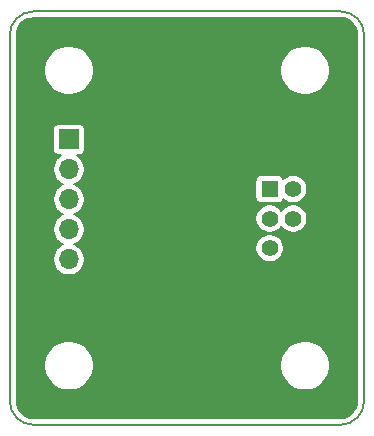
<source format=gbr>
G04 #@! TF.GenerationSoftware,KiCad,Pcbnew,5.1.6-c6e7f7d~86~ubuntu20.04.1*
G04 #@! TF.CreationDate,2020-05-17T16:04:05+03:00*
G04 #@! TF.ProjectId,GB-BRK-LINK-A,47422d42-524b-42d4-9c49-4e4b2d412e6b,v1.0*
G04 #@! TF.SameCoordinates,Original*
G04 #@! TF.FileFunction,Copper,L2,Bot*
G04 #@! TF.FilePolarity,Positive*
%FSLAX46Y46*%
G04 Gerber Fmt 4.6, Leading zero omitted, Abs format (unit mm)*
G04 Created by KiCad (PCBNEW 5.1.6-c6e7f7d~86~ubuntu20.04.1) date 2020-05-17 16:04:05*
%MOMM*%
%LPD*%
G01*
G04 APERTURE LIST*
G04 #@! TA.AperFunction,Profile*
%ADD10C,0.150000*%
G04 #@! TD*
G04 #@! TA.AperFunction,ComponentPad*
%ADD11R,1.700000X1.700000*%
G04 #@! TD*
G04 #@! TA.AperFunction,ComponentPad*
%ADD12O,1.700000X1.700000*%
G04 #@! TD*
G04 #@! TA.AperFunction,ComponentPad*
%ADD13O,3.000000X2.000000*%
G04 #@! TD*
G04 #@! TA.AperFunction,ComponentPad*
%ADD14R,1.400000X1.400000*%
G04 #@! TD*
G04 #@! TA.AperFunction,ComponentPad*
%ADD15C,1.400000*%
G04 #@! TD*
G04 #@! TA.AperFunction,Conductor*
%ADD16C,0.200000*%
G04 #@! TD*
G04 APERTURE END LIST*
D10*
X52000000Y-85000000D02*
G75*
G02*
X50000000Y-83000000I0J2000000D01*
G01*
X80000000Y-83000000D02*
G75*
G02*
X78000000Y-85000000I-2000000J0D01*
G01*
X78000000Y-50000000D02*
G75*
G02*
X80000000Y-52000000I0J-2000000D01*
G01*
X50000000Y-52000000D02*
G75*
G02*
X52000000Y-50000000I2000000J0D01*
G01*
X52000000Y-85000000D02*
X78000000Y-85000000D01*
X80000000Y-52000000D02*
X80000000Y-83000000D01*
X52000000Y-50000000D02*
X78000000Y-50000000D01*
X50000000Y-52000000D02*
X50000000Y-83000000D01*
D11*
X55000000Y-60850000D03*
D12*
X55000000Y-63390000D03*
X55000000Y-65930000D03*
X55000000Y-68470000D03*
X55000000Y-71010000D03*
X55000000Y-73550000D03*
D13*
X77000000Y-61650000D03*
X77000000Y-73450000D03*
D14*
X72000000Y-65050000D03*
D15*
X74000000Y-65050000D03*
X72000000Y-67550000D03*
X74000000Y-67550000D03*
X72000000Y-70050000D03*
X74000000Y-70050000D03*
D16*
G36*
X78276249Y-50604844D02*
G01*
X78541973Y-50685071D01*
X78787055Y-50815383D01*
X79002158Y-50990817D01*
X79179092Y-51204692D01*
X79311113Y-51448860D01*
X79393193Y-51714018D01*
X79425000Y-52016637D01*
X79425001Y-82971864D01*
X79395156Y-83276249D01*
X79314928Y-83541975D01*
X79184615Y-83787058D01*
X79009181Y-84002161D01*
X78795304Y-84179095D01*
X78551141Y-84311113D01*
X78285982Y-84393193D01*
X77983363Y-84425000D01*
X52028126Y-84425000D01*
X51723751Y-84395156D01*
X51458025Y-84314928D01*
X51212942Y-84184615D01*
X50997839Y-84009181D01*
X50820905Y-83795304D01*
X50688887Y-83551141D01*
X50606807Y-83285982D01*
X50575000Y-82983363D01*
X50575000Y-79793168D01*
X52900000Y-79793168D01*
X52900000Y-80206832D01*
X52980702Y-80612547D01*
X53139004Y-80994723D01*
X53368823Y-81338672D01*
X53661328Y-81631177D01*
X54005277Y-81860996D01*
X54387453Y-82019298D01*
X54793168Y-82100000D01*
X55206832Y-82100000D01*
X55612547Y-82019298D01*
X55994723Y-81860996D01*
X56338672Y-81631177D01*
X56631177Y-81338672D01*
X56860996Y-80994723D01*
X57019298Y-80612547D01*
X57100000Y-80206832D01*
X57100000Y-79793168D01*
X72900000Y-79793168D01*
X72900000Y-80206832D01*
X72980702Y-80612547D01*
X73139004Y-80994723D01*
X73368823Y-81338672D01*
X73661328Y-81631177D01*
X74005277Y-81860996D01*
X74387453Y-82019298D01*
X74793168Y-82100000D01*
X75206832Y-82100000D01*
X75612547Y-82019298D01*
X75994723Y-81860996D01*
X76338672Y-81631177D01*
X76631177Y-81338672D01*
X76860996Y-80994723D01*
X77019298Y-80612547D01*
X77100000Y-80206832D01*
X77100000Y-79793168D01*
X77019298Y-79387453D01*
X76860996Y-79005277D01*
X76631177Y-78661328D01*
X76338672Y-78368823D01*
X75994723Y-78139004D01*
X75612547Y-77980702D01*
X75206832Y-77900000D01*
X74793168Y-77900000D01*
X74387453Y-77980702D01*
X74005277Y-78139004D01*
X73661328Y-78368823D01*
X73368823Y-78661328D01*
X73139004Y-79005277D01*
X72980702Y-79387453D01*
X72900000Y-79793168D01*
X57100000Y-79793168D01*
X57019298Y-79387453D01*
X56860996Y-79005277D01*
X56631177Y-78661328D01*
X56338672Y-78368823D01*
X55994723Y-78139004D01*
X55612547Y-77980702D01*
X55206832Y-77900000D01*
X54793168Y-77900000D01*
X54387453Y-77980702D01*
X54005277Y-78139004D01*
X53661328Y-78368823D01*
X53368823Y-78661328D01*
X53139004Y-79005277D01*
X52980702Y-79387453D01*
X52900000Y-79793168D01*
X50575000Y-79793168D01*
X50575000Y-60000000D01*
X53647581Y-60000000D01*
X53647581Y-61700000D01*
X53657235Y-61798017D01*
X53685825Y-61892267D01*
X53732254Y-61979129D01*
X53794736Y-62055264D01*
X53870871Y-62117746D01*
X53957733Y-62164175D01*
X54051983Y-62192765D01*
X54150000Y-62202419D01*
X54347405Y-62202419D01*
X54139425Y-62341387D01*
X53951387Y-62529425D01*
X53803646Y-62750535D01*
X53701880Y-62996220D01*
X53650000Y-63257037D01*
X53650000Y-63522963D01*
X53701880Y-63783780D01*
X53803646Y-64029465D01*
X53951387Y-64250575D01*
X54139425Y-64438613D01*
X54360535Y-64586354D01*
X54538332Y-64660000D01*
X54360535Y-64733646D01*
X54139425Y-64881387D01*
X53951387Y-65069425D01*
X53803646Y-65290535D01*
X53701880Y-65536220D01*
X53650000Y-65797037D01*
X53650000Y-66062963D01*
X53701880Y-66323780D01*
X53803646Y-66569465D01*
X53951387Y-66790575D01*
X54139425Y-66978613D01*
X54360535Y-67126354D01*
X54538332Y-67200000D01*
X54360535Y-67273646D01*
X54139425Y-67421387D01*
X53951387Y-67609425D01*
X53803646Y-67830535D01*
X53701880Y-68076220D01*
X53650000Y-68337037D01*
X53650000Y-68602963D01*
X53701880Y-68863780D01*
X53803646Y-69109465D01*
X53951387Y-69330575D01*
X54139425Y-69518613D01*
X54360535Y-69666354D01*
X54538332Y-69740000D01*
X54360535Y-69813646D01*
X54139425Y-69961387D01*
X53951387Y-70149425D01*
X53803646Y-70370535D01*
X53701880Y-70616220D01*
X53650000Y-70877037D01*
X53650000Y-71142963D01*
X53701880Y-71403780D01*
X53803646Y-71649465D01*
X53951387Y-71870575D01*
X54139425Y-72058613D01*
X54360535Y-72206354D01*
X54606220Y-72308120D01*
X54867037Y-72360000D01*
X55132963Y-72360000D01*
X55393780Y-72308120D01*
X55639465Y-72206354D01*
X55860575Y-72058613D01*
X56048613Y-71870575D01*
X56196354Y-71649465D01*
X56298120Y-71403780D01*
X56350000Y-71142963D01*
X56350000Y-70877037D01*
X56298120Y-70616220D01*
X56196354Y-70370535D01*
X56048613Y-70149425D01*
X55860575Y-69961387D01*
X55816310Y-69931810D01*
X70800000Y-69931810D01*
X70800000Y-70168190D01*
X70846116Y-70400027D01*
X70936574Y-70618413D01*
X71067899Y-70814955D01*
X71235045Y-70982101D01*
X71431587Y-71113426D01*
X71649973Y-71203884D01*
X71881810Y-71250000D01*
X72118190Y-71250000D01*
X72350027Y-71203884D01*
X72568413Y-71113426D01*
X72764955Y-70982101D01*
X72932101Y-70814955D01*
X73063426Y-70618413D01*
X73153884Y-70400027D01*
X73200000Y-70168190D01*
X73200000Y-69931810D01*
X73153884Y-69699973D01*
X73063426Y-69481587D01*
X72932101Y-69285045D01*
X72764955Y-69117899D01*
X72568413Y-68986574D01*
X72350027Y-68896116D01*
X72118190Y-68850000D01*
X71881810Y-68850000D01*
X71649973Y-68896116D01*
X71431587Y-68986574D01*
X71235045Y-69117899D01*
X71067899Y-69285045D01*
X70936574Y-69481587D01*
X70846116Y-69699973D01*
X70800000Y-69931810D01*
X55816310Y-69931810D01*
X55639465Y-69813646D01*
X55461668Y-69740000D01*
X55639465Y-69666354D01*
X55860575Y-69518613D01*
X56048613Y-69330575D01*
X56196354Y-69109465D01*
X56298120Y-68863780D01*
X56350000Y-68602963D01*
X56350000Y-68337037D01*
X56298120Y-68076220D01*
X56196354Y-67830535D01*
X56048613Y-67609425D01*
X55870998Y-67431810D01*
X70800000Y-67431810D01*
X70800000Y-67668190D01*
X70846116Y-67900027D01*
X70936574Y-68118413D01*
X71067899Y-68314955D01*
X71235045Y-68482101D01*
X71431587Y-68613426D01*
X71649973Y-68703884D01*
X71881810Y-68750000D01*
X72118190Y-68750000D01*
X72350027Y-68703884D01*
X72568413Y-68613426D01*
X72764955Y-68482101D01*
X72932101Y-68314955D01*
X73000000Y-68213337D01*
X73067899Y-68314955D01*
X73235045Y-68482101D01*
X73431587Y-68613426D01*
X73649973Y-68703884D01*
X73881810Y-68750000D01*
X74118190Y-68750000D01*
X74350027Y-68703884D01*
X74568413Y-68613426D01*
X74764955Y-68482101D01*
X74932101Y-68314955D01*
X75063426Y-68118413D01*
X75153884Y-67900027D01*
X75200000Y-67668190D01*
X75200000Y-67431810D01*
X75153884Y-67199973D01*
X75063426Y-66981587D01*
X74932101Y-66785045D01*
X74764955Y-66617899D01*
X74568413Y-66486574D01*
X74350027Y-66396116D01*
X74118190Y-66350000D01*
X73881810Y-66350000D01*
X73649973Y-66396116D01*
X73431587Y-66486574D01*
X73235045Y-66617899D01*
X73067899Y-66785045D01*
X73000000Y-66886663D01*
X72932101Y-66785045D01*
X72764955Y-66617899D01*
X72568413Y-66486574D01*
X72350027Y-66396116D01*
X72118190Y-66350000D01*
X71881810Y-66350000D01*
X71649973Y-66396116D01*
X71431587Y-66486574D01*
X71235045Y-66617899D01*
X71067899Y-66785045D01*
X70936574Y-66981587D01*
X70846116Y-67199973D01*
X70800000Y-67431810D01*
X55870998Y-67431810D01*
X55860575Y-67421387D01*
X55639465Y-67273646D01*
X55461668Y-67200000D01*
X55639465Y-67126354D01*
X55860575Y-66978613D01*
X56048613Y-66790575D01*
X56196354Y-66569465D01*
X56298120Y-66323780D01*
X56350000Y-66062963D01*
X56350000Y-65797037D01*
X56298120Y-65536220D01*
X56196354Y-65290535D01*
X56048613Y-65069425D01*
X55860575Y-64881387D01*
X55639465Y-64733646D01*
X55461668Y-64660000D01*
X55639465Y-64586354D01*
X55860575Y-64438613D01*
X55949188Y-64350000D01*
X70797581Y-64350000D01*
X70797581Y-65750000D01*
X70807235Y-65848017D01*
X70835825Y-65942267D01*
X70882254Y-66029129D01*
X70944736Y-66105264D01*
X71020871Y-66167746D01*
X71107733Y-66214175D01*
X71201983Y-66242765D01*
X71300000Y-66252419D01*
X72700000Y-66252419D01*
X72798017Y-66242765D01*
X72892267Y-66214175D01*
X72979129Y-66167746D01*
X73055264Y-66105264D01*
X73117746Y-66029129D01*
X73164175Y-65942267D01*
X73171398Y-65918454D01*
X73235045Y-65982101D01*
X73431587Y-66113426D01*
X73649973Y-66203884D01*
X73881810Y-66250000D01*
X74118190Y-66250000D01*
X74350027Y-66203884D01*
X74568413Y-66113426D01*
X74764955Y-65982101D01*
X74932101Y-65814955D01*
X75063426Y-65618413D01*
X75153884Y-65400027D01*
X75200000Y-65168190D01*
X75200000Y-64931810D01*
X75153884Y-64699973D01*
X75063426Y-64481587D01*
X74932101Y-64285045D01*
X74764955Y-64117899D01*
X74568413Y-63986574D01*
X74350027Y-63896116D01*
X74118190Y-63850000D01*
X73881810Y-63850000D01*
X73649973Y-63896116D01*
X73431587Y-63986574D01*
X73235045Y-64117899D01*
X73171398Y-64181546D01*
X73164175Y-64157733D01*
X73117746Y-64070871D01*
X73055264Y-63994736D01*
X72979129Y-63932254D01*
X72892267Y-63885825D01*
X72798017Y-63857235D01*
X72700000Y-63847581D01*
X71300000Y-63847581D01*
X71201983Y-63857235D01*
X71107733Y-63885825D01*
X71020871Y-63932254D01*
X70944736Y-63994736D01*
X70882254Y-64070871D01*
X70835825Y-64157733D01*
X70807235Y-64251983D01*
X70797581Y-64350000D01*
X55949188Y-64350000D01*
X56048613Y-64250575D01*
X56196354Y-64029465D01*
X56298120Y-63783780D01*
X56350000Y-63522963D01*
X56350000Y-63257037D01*
X56298120Y-62996220D01*
X56196354Y-62750535D01*
X56048613Y-62529425D01*
X55860575Y-62341387D01*
X55652595Y-62202419D01*
X55850000Y-62202419D01*
X55948017Y-62192765D01*
X56042267Y-62164175D01*
X56129129Y-62117746D01*
X56205264Y-62055264D01*
X56267746Y-61979129D01*
X56314175Y-61892267D01*
X56342765Y-61798017D01*
X56352419Y-61700000D01*
X56352419Y-60000000D01*
X56342765Y-59901983D01*
X56314175Y-59807733D01*
X56267746Y-59720871D01*
X56205264Y-59644736D01*
X56129129Y-59582254D01*
X56042267Y-59535825D01*
X55948017Y-59507235D01*
X55850000Y-59497581D01*
X54150000Y-59497581D01*
X54051983Y-59507235D01*
X53957733Y-59535825D01*
X53870871Y-59582254D01*
X53794736Y-59644736D01*
X53732254Y-59720871D01*
X53685825Y-59807733D01*
X53657235Y-59901983D01*
X53647581Y-60000000D01*
X50575000Y-60000000D01*
X50575000Y-54793168D01*
X52900000Y-54793168D01*
X52900000Y-55206832D01*
X52980702Y-55612547D01*
X53139004Y-55994723D01*
X53368823Y-56338672D01*
X53661328Y-56631177D01*
X54005277Y-56860996D01*
X54387453Y-57019298D01*
X54793168Y-57100000D01*
X55206832Y-57100000D01*
X55612547Y-57019298D01*
X55994723Y-56860996D01*
X56338672Y-56631177D01*
X56631177Y-56338672D01*
X56860996Y-55994723D01*
X57019298Y-55612547D01*
X57100000Y-55206832D01*
X57100000Y-54793168D01*
X72900000Y-54793168D01*
X72900000Y-55206832D01*
X72980702Y-55612547D01*
X73139004Y-55994723D01*
X73368823Y-56338672D01*
X73661328Y-56631177D01*
X74005277Y-56860996D01*
X74387453Y-57019298D01*
X74793168Y-57100000D01*
X75206832Y-57100000D01*
X75612547Y-57019298D01*
X75994723Y-56860996D01*
X76338672Y-56631177D01*
X76631177Y-56338672D01*
X76860996Y-55994723D01*
X77019298Y-55612547D01*
X77100000Y-55206832D01*
X77100000Y-54793168D01*
X77019298Y-54387453D01*
X76860996Y-54005277D01*
X76631177Y-53661328D01*
X76338672Y-53368823D01*
X75994723Y-53139004D01*
X75612547Y-52980702D01*
X75206832Y-52900000D01*
X74793168Y-52900000D01*
X74387453Y-52980702D01*
X74005277Y-53139004D01*
X73661328Y-53368823D01*
X73368823Y-53661328D01*
X73139004Y-54005277D01*
X72980702Y-54387453D01*
X72900000Y-54793168D01*
X57100000Y-54793168D01*
X57019298Y-54387453D01*
X56860996Y-54005277D01*
X56631177Y-53661328D01*
X56338672Y-53368823D01*
X55994723Y-53139004D01*
X55612547Y-52980702D01*
X55206832Y-52900000D01*
X54793168Y-52900000D01*
X54387453Y-52980702D01*
X54005277Y-53139004D01*
X53661328Y-53368823D01*
X53368823Y-53661328D01*
X53139004Y-54005277D01*
X52980702Y-54387453D01*
X52900000Y-54793168D01*
X50575000Y-54793168D01*
X50575000Y-52028126D01*
X50604844Y-51723751D01*
X50685071Y-51458027D01*
X50815383Y-51212945D01*
X50990817Y-50997842D01*
X51204692Y-50820908D01*
X51448860Y-50688887D01*
X51714018Y-50606807D01*
X52016637Y-50575000D01*
X77971874Y-50575000D01*
X78276249Y-50604844D01*
G37*
X78276249Y-50604844D02*
X78541973Y-50685071D01*
X78787055Y-50815383D01*
X79002158Y-50990817D01*
X79179092Y-51204692D01*
X79311113Y-51448860D01*
X79393193Y-51714018D01*
X79425000Y-52016637D01*
X79425001Y-82971864D01*
X79395156Y-83276249D01*
X79314928Y-83541975D01*
X79184615Y-83787058D01*
X79009181Y-84002161D01*
X78795304Y-84179095D01*
X78551141Y-84311113D01*
X78285982Y-84393193D01*
X77983363Y-84425000D01*
X52028126Y-84425000D01*
X51723751Y-84395156D01*
X51458025Y-84314928D01*
X51212942Y-84184615D01*
X50997839Y-84009181D01*
X50820905Y-83795304D01*
X50688887Y-83551141D01*
X50606807Y-83285982D01*
X50575000Y-82983363D01*
X50575000Y-79793168D01*
X52900000Y-79793168D01*
X52900000Y-80206832D01*
X52980702Y-80612547D01*
X53139004Y-80994723D01*
X53368823Y-81338672D01*
X53661328Y-81631177D01*
X54005277Y-81860996D01*
X54387453Y-82019298D01*
X54793168Y-82100000D01*
X55206832Y-82100000D01*
X55612547Y-82019298D01*
X55994723Y-81860996D01*
X56338672Y-81631177D01*
X56631177Y-81338672D01*
X56860996Y-80994723D01*
X57019298Y-80612547D01*
X57100000Y-80206832D01*
X57100000Y-79793168D01*
X72900000Y-79793168D01*
X72900000Y-80206832D01*
X72980702Y-80612547D01*
X73139004Y-80994723D01*
X73368823Y-81338672D01*
X73661328Y-81631177D01*
X74005277Y-81860996D01*
X74387453Y-82019298D01*
X74793168Y-82100000D01*
X75206832Y-82100000D01*
X75612547Y-82019298D01*
X75994723Y-81860996D01*
X76338672Y-81631177D01*
X76631177Y-81338672D01*
X76860996Y-80994723D01*
X77019298Y-80612547D01*
X77100000Y-80206832D01*
X77100000Y-79793168D01*
X77019298Y-79387453D01*
X76860996Y-79005277D01*
X76631177Y-78661328D01*
X76338672Y-78368823D01*
X75994723Y-78139004D01*
X75612547Y-77980702D01*
X75206832Y-77900000D01*
X74793168Y-77900000D01*
X74387453Y-77980702D01*
X74005277Y-78139004D01*
X73661328Y-78368823D01*
X73368823Y-78661328D01*
X73139004Y-79005277D01*
X72980702Y-79387453D01*
X72900000Y-79793168D01*
X57100000Y-79793168D01*
X57019298Y-79387453D01*
X56860996Y-79005277D01*
X56631177Y-78661328D01*
X56338672Y-78368823D01*
X55994723Y-78139004D01*
X55612547Y-77980702D01*
X55206832Y-77900000D01*
X54793168Y-77900000D01*
X54387453Y-77980702D01*
X54005277Y-78139004D01*
X53661328Y-78368823D01*
X53368823Y-78661328D01*
X53139004Y-79005277D01*
X52980702Y-79387453D01*
X52900000Y-79793168D01*
X50575000Y-79793168D01*
X50575000Y-60000000D01*
X53647581Y-60000000D01*
X53647581Y-61700000D01*
X53657235Y-61798017D01*
X53685825Y-61892267D01*
X53732254Y-61979129D01*
X53794736Y-62055264D01*
X53870871Y-62117746D01*
X53957733Y-62164175D01*
X54051983Y-62192765D01*
X54150000Y-62202419D01*
X54347405Y-62202419D01*
X54139425Y-62341387D01*
X53951387Y-62529425D01*
X53803646Y-62750535D01*
X53701880Y-62996220D01*
X53650000Y-63257037D01*
X53650000Y-63522963D01*
X53701880Y-63783780D01*
X53803646Y-64029465D01*
X53951387Y-64250575D01*
X54139425Y-64438613D01*
X54360535Y-64586354D01*
X54538332Y-64660000D01*
X54360535Y-64733646D01*
X54139425Y-64881387D01*
X53951387Y-65069425D01*
X53803646Y-65290535D01*
X53701880Y-65536220D01*
X53650000Y-65797037D01*
X53650000Y-66062963D01*
X53701880Y-66323780D01*
X53803646Y-66569465D01*
X53951387Y-66790575D01*
X54139425Y-66978613D01*
X54360535Y-67126354D01*
X54538332Y-67200000D01*
X54360535Y-67273646D01*
X54139425Y-67421387D01*
X53951387Y-67609425D01*
X53803646Y-67830535D01*
X53701880Y-68076220D01*
X53650000Y-68337037D01*
X53650000Y-68602963D01*
X53701880Y-68863780D01*
X53803646Y-69109465D01*
X53951387Y-69330575D01*
X54139425Y-69518613D01*
X54360535Y-69666354D01*
X54538332Y-69740000D01*
X54360535Y-69813646D01*
X54139425Y-69961387D01*
X53951387Y-70149425D01*
X53803646Y-70370535D01*
X53701880Y-70616220D01*
X53650000Y-70877037D01*
X53650000Y-71142963D01*
X53701880Y-71403780D01*
X53803646Y-71649465D01*
X53951387Y-71870575D01*
X54139425Y-72058613D01*
X54360535Y-72206354D01*
X54606220Y-72308120D01*
X54867037Y-72360000D01*
X55132963Y-72360000D01*
X55393780Y-72308120D01*
X55639465Y-72206354D01*
X55860575Y-72058613D01*
X56048613Y-71870575D01*
X56196354Y-71649465D01*
X56298120Y-71403780D01*
X56350000Y-71142963D01*
X56350000Y-70877037D01*
X56298120Y-70616220D01*
X56196354Y-70370535D01*
X56048613Y-70149425D01*
X55860575Y-69961387D01*
X55816310Y-69931810D01*
X70800000Y-69931810D01*
X70800000Y-70168190D01*
X70846116Y-70400027D01*
X70936574Y-70618413D01*
X71067899Y-70814955D01*
X71235045Y-70982101D01*
X71431587Y-71113426D01*
X71649973Y-71203884D01*
X71881810Y-71250000D01*
X72118190Y-71250000D01*
X72350027Y-71203884D01*
X72568413Y-71113426D01*
X72764955Y-70982101D01*
X72932101Y-70814955D01*
X73063426Y-70618413D01*
X73153884Y-70400027D01*
X73200000Y-70168190D01*
X73200000Y-69931810D01*
X73153884Y-69699973D01*
X73063426Y-69481587D01*
X72932101Y-69285045D01*
X72764955Y-69117899D01*
X72568413Y-68986574D01*
X72350027Y-68896116D01*
X72118190Y-68850000D01*
X71881810Y-68850000D01*
X71649973Y-68896116D01*
X71431587Y-68986574D01*
X71235045Y-69117899D01*
X71067899Y-69285045D01*
X70936574Y-69481587D01*
X70846116Y-69699973D01*
X70800000Y-69931810D01*
X55816310Y-69931810D01*
X55639465Y-69813646D01*
X55461668Y-69740000D01*
X55639465Y-69666354D01*
X55860575Y-69518613D01*
X56048613Y-69330575D01*
X56196354Y-69109465D01*
X56298120Y-68863780D01*
X56350000Y-68602963D01*
X56350000Y-68337037D01*
X56298120Y-68076220D01*
X56196354Y-67830535D01*
X56048613Y-67609425D01*
X55870998Y-67431810D01*
X70800000Y-67431810D01*
X70800000Y-67668190D01*
X70846116Y-67900027D01*
X70936574Y-68118413D01*
X71067899Y-68314955D01*
X71235045Y-68482101D01*
X71431587Y-68613426D01*
X71649973Y-68703884D01*
X71881810Y-68750000D01*
X72118190Y-68750000D01*
X72350027Y-68703884D01*
X72568413Y-68613426D01*
X72764955Y-68482101D01*
X72932101Y-68314955D01*
X73000000Y-68213337D01*
X73067899Y-68314955D01*
X73235045Y-68482101D01*
X73431587Y-68613426D01*
X73649973Y-68703884D01*
X73881810Y-68750000D01*
X74118190Y-68750000D01*
X74350027Y-68703884D01*
X74568413Y-68613426D01*
X74764955Y-68482101D01*
X74932101Y-68314955D01*
X75063426Y-68118413D01*
X75153884Y-67900027D01*
X75200000Y-67668190D01*
X75200000Y-67431810D01*
X75153884Y-67199973D01*
X75063426Y-66981587D01*
X74932101Y-66785045D01*
X74764955Y-66617899D01*
X74568413Y-66486574D01*
X74350027Y-66396116D01*
X74118190Y-66350000D01*
X73881810Y-66350000D01*
X73649973Y-66396116D01*
X73431587Y-66486574D01*
X73235045Y-66617899D01*
X73067899Y-66785045D01*
X73000000Y-66886663D01*
X72932101Y-66785045D01*
X72764955Y-66617899D01*
X72568413Y-66486574D01*
X72350027Y-66396116D01*
X72118190Y-66350000D01*
X71881810Y-66350000D01*
X71649973Y-66396116D01*
X71431587Y-66486574D01*
X71235045Y-66617899D01*
X71067899Y-66785045D01*
X70936574Y-66981587D01*
X70846116Y-67199973D01*
X70800000Y-67431810D01*
X55870998Y-67431810D01*
X55860575Y-67421387D01*
X55639465Y-67273646D01*
X55461668Y-67200000D01*
X55639465Y-67126354D01*
X55860575Y-66978613D01*
X56048613Y-66790575D01*
X56196354Y-66569465D01*
X56298120Y-66323780D01*
X56350000Y-66062963D01*
X56350000Y-65797037D01*
X56298120Y-65536220D01*
X56196354Y-65290535D01*
X56048613Y-65069425D01*
X55860575Y-64881387D01*
X55639465Y-64733646D01*
X55461668Y-64660000D01*
X55639465Y-64586354D01*
X55860575Y-64438613D01*
X55949188Y-64350000D01*
X70797581Y-64350000D01*
X70797581Y-65750000D01*
X70807235Y-65848017D01*
X70835825Y-65942267D01*
X70882254Y-66029129D01*
X70944736Y-66105264D01*
X71020871Y-66167746D01*
X71107733Y-66214175D01*
X71201983Y-66242765D01*
X71300000Y-66252419D01*
X72700000Y-66252419D01*
X72798017Y-66242765D01*
X72892267Y-66214175D01*
X72979129Y-66167746D01*
X73055264Y-66105264D01*
X73117746Y-66029129D01*
X73164175Y-65942267D01*
X73171398Y-65918454D01*
X73235045Y-65982101D01*
X73431587Y-66113426D01*
X73649973Y-66203884D01*
X73881810Y-66250000D01*
X74118190Y-66250000D01*
X74350027Y-66203884D01*
X74568413Y-66113426D01*
X74764955Y-65982101D01*
X74932101Y-65814955D01*
X75063426Y-65618413D01*
X75153884Y-65400027D01*
X75200000Y-65168190D01*
X75200000Y-64931810D01*
X75153884Y-64699973D01*
X75063426Y-64481587D01*
X74932101Y-64285045D01*
X74764955Y-64117899D01*
X74568413Y-63986574D01*
X74350027Y-63896116D01*
X74118190Y-63850000D01*
X73881810Y-63850000D01*
X73649973Y-63896116D01*
X73431587Y-63986574D01*
X73235045Y-64117899D01*
X73171398Y-64181546D01*
X73164175Y-64157733D01*
X73117746Y-64070871D01*
X73055264Y-63994736D01*
X72979129Y-63932254D01*
X72892267Y-63885825D01*
X72798017Y-63857235D01*
X72700000Y-63847581D01*
X71300000Y-63847581D01*
X71201983Y-63857235D01*
X71107733Y-63885825D01*
X71020871Y-63932254D01*
X70944736Y-63994736D01*
X70882254Y-64070871D01*
X70835825Y-64157733D01*
X70807235Y-64251983D01*
X70797581Y-64350000D01*
X55949188Y-64350000D01*
X56048613Y-64250575D01*
X56196354Y-64029465D01*
X56298120Y-63783780D01*
X56350000Y-63522963D01*
X56350000Y-63257037D01*
X56298120Y-62996220D01*
X56196354Y-62750535D01*
X56048613Y-62529425D01*
X55860575Y-62341387D01*
X55652595Y-62202419D01*
X55850000Y-62202419D01*
X55948017Y-62192765D01*
X56042267Y-62164175D01*
X56129129Y-62117746D01*
X56205264Y-62055264D01*
X56267746Y-61979129D01*
X56314175Y-61892267D01*
X56342765Y-61798017D01*
X56352419Y-61700000D01*
X56352419Y-60000000D01*
X56342765Y-59901983D01*
X56314175Y-59807733D01*
X56267746Y-59720871D01*
X56205264Y-59644736D01*
X56129129Y-59582254D01*
X56042267Y-59535825D01*
X55948017Y-59507235D01*
X55850000Y-59497581D01*
X54150000Y-59497581D01*
X54051983Y-59507235D01*
X53957733Y-59535825D01*
X53870871Y-59582254D01*
X53794736Y-59644736D01*
X53732254Y-59720871D01*
X53685825Y-59807733D01*
X53657235Y-59901983D01*
X53647581Y-60000000D01*
X50575000Y-60000000D01*
X50575000Y-54793168D01*
X52900000Y-54793168D01*
X52900000Y-55206832D01*
X52980702Y-55612547D01*
X53139004Y-55994723D01*
X53368823Y-56338672D01*
X53661328Y-56631177D01*
X54005277Y-56860996D01*
X54387453Y-57019298D01*
X54793168Y-57100000D01*
X55206832Y-57100000D01*
X55612547Y-57019298D01*
X55994723Y-56860996D01*
X56338672Y-56631177D01*
X56631177Y-56338672D01*
X56860996Y-55994723D01*
X57019298Y-55612547D01*
X57100000Y-55206832D01*
X57100000Y-54793168D01*
X72900000Y-54793168D01*
X72900000Y-55206832D01*
X72980702Y-55612547D01*
X73139004Y-55994723D01*
X73368823Y-56338672D01*
X73661328Y-56631177D01*
X74005277Y-56860996D01*
X74387453Y-57019298D01*
X74793168Y-57100000D01*
X75206832Y-57100000D01*
X75612547Y-57019298D01*
X75994723Y-56860996D01*
X76338672Y-56631177D01*
X76631177Y-56338672D01*
X76860996Y-55994723D01*
X77019298Y-55612547D01*
X77100000Y-55206832D01*
X77100000Y-54793168D01*
X77019298Y-54387453D01*
X76860996Y-54005277D01*
X76631177Y-53661328D01*
X76338672Y-53368823D01*
X75994723Y-53139004D01*
X75612547Y-52980702D01*
X75206832Y-52900000D01*
X74793168Y-52900000D01*
X74387453Y-52980702D01*
X74005277Y-53139004D01*
X73661328Y-53368823D01*
X73368823Y-53661328D01*
X73139004Y-54005277D01*
X72980702Y-54387453D01*
X72900000Y-54793168D01*
X57100000Y-54793168D01*
X57019298Y-54387453D01*
X56860996Y-54005277D01*
X56631177Y-53661328D01*
X56338672Y-53368823D01*
X55994723Y-53139004D01*
X55612547Y-52980702D01*
X55206832Y-52900000D01*
X54793168Y-52900000D01*
X54387453Y-52980702D01*
X54005277Y-53139004D01*
X53661328Y-53368823D01*
X53368823Y-53661328D01*
X53139004Y-54005277D01*
X52980702Y-54387453D01*
X52900000Y-54793168D01*
X50575000Y-54793168D01*
X50575000Y-52028126D01*
X50604844Y-51723751D01*
X50685071Y-51458027D01*
X50815383Y-51212945D01*
X50990817Y-50997842D01*
X51204692Y-50820908D01*
X51448860Y-50688887D01*
X51714018Y-50606807D01*
X52016637Y-50575000D01*
X77971874Y-50575000D01*
X78276249Y-50604844D01*
M02*

</source>
